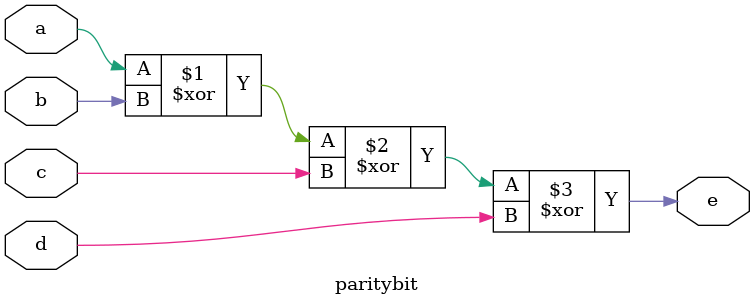
<source format=v>
`timescale 1ns / 1ps


module paritybit(
   input a, b, c, d,
   output e
);
assign e = a^b^c^d;
endmodule


</source>
